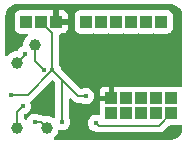
<source format=gbr>
%TF.GenerationSoftware,KiCad,Pcbnew,7.0.9-7.0.9~ubuntu22.04.1*%
%TF.CreationDate,2023-12-31T14:54:58+00:00*%
%TF.ProjectId,IMU_BNO085,494d555f-424e-44f3-9038-352e6b696361,rev?*%
%TF.SameCoordinates,Original*%
%TF.FileFunction,Copper,L4,Bot*%
%TF.FilePolarity,Positive*%
%FSLAX46Y46*%
G04 Gerber Fmt 4.6, Leading zero omitted, Abs format (unit mm)*
G04 Created by KiCad (PCBNEW 7.0.9-7.0.9~ubuntu22.04.1) date 2023-12-31 14:54:58*
%MOMM*%
%LPD*%
G01*
G04 APERTURE LIST*
%TA.AperFunction,SMDPad,CuDef*%
%ADD10C,1.000000*%
%TD*%
%TA.AperFunction,ComponentPad*%
%ADD11R,1.000000X1.000000*%
%TD*%
%TA.AperFunction,ViaPad*%
%ADD12C,0.400000*%
%TD*%
%TA.AperFunction,Conductor*%
%ADD13C,0.150000*%
%TD*%
G04 APERTURE END LIST*
D10*
%TO.P,TP6,1,1*%
%TO.N,/nRESET*%
X111000000Y-104500000D03*
%TD*%
%TO.P,TP5,1,1*%
%TO.N,/I2C_ADD*%
X113500000Y-104500000D03*
%TD*%
%TO.P,TP4,1,1*%
%TO.N,/PS1*%
X112500000Y-97500000D03*
%TD*%
%TO.P,TP3,1,1*%
%TO.N,/PS0*%
X111000000Y-99000000D03*
%TD*%
D11*
%TO.P,J10,1,Pin_1*%
%TO.N,unconnected-(J10-Pin_1-Pad1)*%
X123215000Y-95500000D03*
%TD*%
%TO.P,J19,1,Pin_1*%
%TO.N,GND*%
X118995000Y-102000000D03*
%TD*%
%TO.P,J17,1,Pin_1*%
%TO.N,unconnected-(J17-Pin_1-Pad1)*%
X118135000Y-95500000D03*
%TD*%
%TO.P,J9,1,Pin_1*%
%TO.N,unconnected-(J9-Pin_1-Pad1)*%
X121535000Y-103270000D03*
%TD*%
%TO.P,J12,1,Pin_1*%
%TO.N,unconnected-(J12-Pin_1-Pad1)*%
X120265000Y-103270000D03*
%TD*%
%TO.P,J6,1,Pin_1*%
%TO.N,unconnected-(J6-Pin_1-Pad1)*%
X121535000Y-102000000D03*
%TD*%
%TO.P,J8,1,Pin_1*%
%TO.N,unconnected-(J8-Pin_1-Pad1)*%
X124075000Y-102000000D03*
%TD*%
%TO.P,J18,1,Pin_1*%
%TO.N,unconnected-(J18-Pin_1-Pad1)*%
X119405000Y-95500000D03*
%TD*%
%TO.P,J5,1,Pin_1*%
%TO.N,unconnected-(J5-Pin_1-Pad1)*%
X120265000Y-102000000D03*
%TD*%
%TO.P,J1,1,Pin_1*%
%TO.N,+3.3V*%
X113055000Y-95500000D03*
%TD*%
%TO.P,J4,1,Pin_1*%
%TO.N,GND*%
X114325000Y-95500000D03*
%TD*%
%TO.P,J15,1,Pin_1*%
%TO.N,unconnected-(J15-Pin_1-Pad1)*%
X111785000Y-95500000D03*
%TD*%
%TO.P,J11,1,Pin_1*%
%TO.N,unconnected-(J11-Pin_1-Pad1)*%
X118995000Y-103270000D03*
%TD*%
%TO.P,J16,1,Pin_1*%
%TO.N,unconnected-(J16-Pin_1-Pad1)*%
X116865000Y-95500000D03*
%TD*%
%TO.P,J7,1,Pin_1*%
%TO.N,unconnected-(J7-Pin_1-Pad1)*%
X122805000Y-102000000D03*
%TD*%
%TO.P,J13,1,Pin_1*%
%TO.N,unconnected-(J13-Pin_1-Pad1)*%
X120675000Y-95500000D03*
%TD*%
%TO.P,J2,1,Pin_1*%
%TO.N,/SDA*%
X124075000Y-103270000D03*
%TD*%
%TO.P,J14,1,Pin_1*%
%TO.N,unconnected-(J14-Pin_1-Pad1)*%
X121945000Y-95500000D03*
%TD*%
%TO.P,J3,1,Pin_1*%
%TO.N,/SCL*%
X122805000Y-103270000D03*
%TD*%
D12*
%TO.N,/PS1*%
X113300000Y-99600000D03*
%TO.N,/PS0*%
X111700000Y-98200000D03*
%TO.N,/I2C_ADD*%
X112500000Y-104000000D03*
%TO.N,/nRESET*%
X111485000Y-102625000D03*
%TO.N,GND*%
X114000000Y-101000000D03*
X114000000Y-102000000D03*
%TO.N,+3.3V*%
X116800000Y-101800000D03*
X114800000Y-104000000D03*
X114000000Y-99600000D03*
X110500000Y-101700000D03*
%TO.N,/SDA*%
X117700000Y-104100000D03*
%TD*%
D13*
%TO.N,+3.3V*%
X113055000Y-95500000D02*
X114000000Y-96445000D01*
X114000000Y-96445000D02*
X114000000Y-99600000D01*
%TO.N,/PS1*%
X112500000Y-98800000D02*
X113300000Y-99600000D01*
X112500000Y-97500000D02*
X112500000Y-98800000D01*
%TO.N,/PS0*%
X111700000Y-98200000D02*
X111700000Y-98300000D01*
X111700000Y-98300000D02*
X111000000Y-99000000D01*
%TO.N,/I2C_ADD*%
X113000000Y-104000000D02*
X113500000Y-104500000D01*
X112500000Y-104000000D02*
X113000000Y-104000000D01*
%TO.N,/nRESET*%
X111000000Y-104500000D02*
X111000000Y-103110000D01*
X111000000Y-103110000D02*
X111485000Y-102625000D01*
%TO.N,+3.3V*%
X114800000Y-100400000D02*
X114750000Y-100350000D01*
X114750000Y-100350000D02*
X114000000Y-99600000D01*
X116800000Y-101800000D02*
X116200000Y-101800000D01*
X116200000Y-101800000D02*
X114750000Y-100350000D01*
X114800000Y-104000000D02*
X114800000Y-100400000D01*
X110500000Y-101700000D02*
X111900000Y-101700000D01*
X111900000Y-101700000D02*
X114000000Y-99600000D01*
%TO.N,/SDA*%
X117700000Y-104100000D02*
X117900000Y-104300000D01*
X117900000Y-104300000D02*
X123045000Y-104300000D01*
X123045000Y-104300000D02*
X124075000Y-103270000D01*
%TD*%
%TA.AperFunction,Conductor*%
%TO.N,GND*%
G36*
X124002694Y-94010735D02*
G01*
X124161019Y-94024587D01*
X124182297Y-94028338D01*
X124327951Y-94067366D01*
X124348261Y-94074759D01*
X124484915Y-94138482D01*
X124503633Y-94149289D01*
X124627154Y-94235779D01*
X124643712Y-94249673D01*
X124750326Y-94356287D01*
X124764220Y-94372845D01*
X124850710Y-94496366D01*
X124861517Y-94515084D01*
X124925240Y-94651738D01*
X124932633Y-94672049D01*
X124971659Y-94817696D01*
X124975412Y-94838982D01*
X124989264Y-94997300D01*
X124989500Y-95002706D01*
X124989500Y-100941825D01*
X124969815Y-101008864D01*
X124917011Y-101054619D01*
X124847853Y-101064563D01*
X124822167Y-101058007D01*
X124682482Y-101005908D01*
X124682483Y-101005908D01*
X124622883Y-100999501D01*
X124622881Y-100999500D01*
X124622873Y-100999500D01*
X124622864Y-100999500D01*
X123527129Y-100999500D01*
X123527123Y-100999501D01*
X123459804Y-101006738D01*
X123459690Y-101005674D01*
X123420310Y-101005674D01*
X123420196Y-101006738D01*
X123352883Y-100999501D01*
X123352881Y-100999500D01*
X123352873Y-100999500D01*
X123352864Y-100999500D01*
X122257129Y-100999500D01*
X122257123Y-100999501D01*
X122189804Y-101006738D01*
X122189690Y-101005674D01*
X122150310Y-101005674D01*
X122150196Y-101006738D01*
X122082883Y-100999501D01*
X122082881Y-100999500D01*
X122082873Y-100999500D01*
X122082864Y-100999500D01*
X120987129Y-100999500D01*
X120987123Y-100999501D01*
X120919804Y-101006738D01*
X120919690Y-101005674D01*
X120880310Y-101005674D01*
X120880196Y-101006738D01*
X120812883Y-100999501D01*
X120812881Y-100999500D01*
X120812873Y-100999500D01*
X120812864Y-100999500D01*
X119717129Y-100999500D01*
X119717125Y-100999501D01*
X119657510Y-101005909D01*
X119657412Y-101005933D01*
X119657294Y-101005933D01*
X119649806Y-101006738D01*
X119649719Y-101005933D01*
X119610226Y-101005935D01*
X119610087Y-101007231D01*
X119542844Y-101000000D01*
X119245000Y-101000000D01*
X119245000Y-101792327D01*
X119207129Y-101747195D01*
X119107871Y-101689888D01*
X119023436Y-101675000D01*
X118966564Y-101675000D01*
X118882129Y-101689888D01*
X118782871Y-101747195D01*
X118709199Y-101834993D01*
X118670000Y-101942694D01*
X118670000Y-102057306D01*
X118709199Y-102165007D01*
X118780517Y-102250000D01*
X117995000Y-102250000D01*
X117995000Y-102547844D01*
X118002231Y-102615087D01*
X118000935Y-102615226D01*
X118000935Y-102654718D01*
X118001738Y-102654805D01*
X118000935Y-102662273D01*
X118000935Y-102662404D01*
X118000909Y-102662512D01*
X117994501Y-102722116D01*
X117994500Y-102722135D01*
X117994500Y-103292848D01*
X117974815Y-103359887D01*
X117922011Y-103405642D01*
X117852853Y-103415586D01*
X117840827Y-103413245D01*
X117785059Y-103399500D01*
X117785056Y-103399500D01*
X117614944Y-103399500D01*
X117449773Y-103440210D01*
X117299150Y-103519263D01*
X117171816Y-103632072D01*
X117075182Y-103772068D01*
X117014860Y-103931125D01*
X117014859Y-103931130D01*
X116994355Y-104100000D01*
X117014859Y-104268869D01*
X117014860Y-104268874D01*
X117075182Y-104427931D01*
X117123060Y-104497293D01*
X117171817Y-104567929D01*
X117299148Y-104680734D01*
X117449775Y-104759790D01*
X117582181Y-104792424D01*
X117601930Y-104800375D01*
X117602257Y-104799588D01*
X117609768Y-104802699D01*
X117691776Y-104836667D01*
X117749764Y-104860687D01*
X117862280Y-104875500D01*
X117900000Y-104880466D01*
X117933688Y-104876030D01*
X117941786Y-104875500D01*
X123003219Y-104875500D01*
X123011317Y-104876030D01*
X123031734Y-104878718D01*
X123044999Y-104880465D01*
X123045000Y-104880465D01*
X123080785Y-104875754D01*
X123080809Y-104875751D01*
X123082715Y-104875500D01*
X123082720Y-104875500D01*
X123195236Y-104860687D01*
X123335233Y-104802698D01*
X123373951Y-104772989D01*
X123433358Y-104727405D01*
X123433370Y-104727394D01*
X123455449Y-104710453D01*
X123455451Y-104710451D01*
X123476138Y-104683489D01*
X123481480Y-104677398D01*
X123852061Y-104306818D01*
X123913384Y-104273333D01*
X123939742Y-104270499D01*
X124622871Y-104270499D01*
X124622872Y-104270499D01*
X124682483Y-104264091D01*
X124817331Y-104213796D01*
X124817331Y-104213795D01*
X124822167Y-104211992D01*
X124891858Y-104207008D01*
X124953181Y-104240493D01*
X124986666Y-104301816D01*
X124989500Y-104328174D01*
X124989500Y-104497293D01*
X124989264Y-104502699D01*
X124975412Y-104661017D01*
X124971659Y-104682303D01*
X124932633Y-104827950D01*
X124925240Y-104848261D01*
X124861517Y-104984915D01*
X124850710Y-105003633D01*
X124764220Y-105127154D01*
X124750326Y-105143712D01*
X124643712Y-105250326D01*
X124627154Y-105264220D01*
X124503633Y-105350710D01*
X124484915Y-105361517D01*
X124348261Y-105425240D01*
X124327950Y-105432633D01*
X124182303Y-105471659D01*
X124161017Y-105475412D01*
X124045988Y-105485476D01*
X124002694Y-105489264D01*
X123997294Y-105489500D01*
X114217945Y-105489500D01*
X114150906Y-105469815D01*
X114105151Y-105417011D01*
X114095207Y-105347853D01*
X114124232Y-105284297D01*
X114139280Y-105269647D01*
X114210883Y-105210883D01*
X114279598Y-105127154D01*
X114335910Y-105058538D01*
X114428814Y-104884727D01*
X114466576Y-104760242D01*
X114504872Y-104701807D01*
X114568684Y-104673351D01*
X114614909Y-104675843D01*
X114714944Y-104700500D01*
X114885056Y-104700500D01*
X115050225Y-104659790D01*
X115135616Y-104614973D01*
X115200849Y-104580736D01*
X115200850Y-104580734D01*
X115200852Y-104580734D01*
X115328183Y-104467929D01*
X115424818Y-104327930D01*
X115485140Y-104168872D01*
X115505645Y-104000000D01*
X115485140Y-103831128D01*
X115424818Y-103672070D01*
X115419310Y-103664090D01*
X115397450Y-103632420D01*
X115375567Y-103566065D01*
X115375500Y-103561980D01*
X115375500Y-102088742D01*
X115395185Y-102021703D01*
X115447989Y-101975948D01*
X115517147Y-101966004D01*
X115580703Y-101995029D01*
X115587181Y-102001061D01*
X115763520Y-102177400D01*
X115768861Y-102183490D01*
X115768941Y-102183594D01*
X115785361Y-102204994D01*
X115789549Y-102210451D01*
X115800271Y-102218678D01*
X115818486Y-102232656D01*
X115818491Y-102232660D01*
X115909768Y-102302699D01*
X115909767Y-102302699D01*
X115966514Y-102326204D01*
X116000997Y-102340486D01*
X116049764Y-102360687D01*
X116162280Y-102375500D01*
X116200000Y-102380466D01*
X116233688Y-102376030D01*
X116241786Y-102375500D01*
X116358612Y-102375500D01*
X116416238Y-102389704D01*
X116548725Y-102459239D01*
X116549775Y-102459790D01*
X116714944Y-102500500D01*
X116885056Y-102500500D01*
X117050225Y-102459790D01*
X117159036Y-102402681D01*
X117200849Y-102380736D01*
X117200850Y-102380734D01*
X117200852Y-102380734D01*
X117328183Y-102267929D01*
X117424818Y-102127930D01*
X117485140Y-101968872D01*
X117505645Y-101800000D01*
X117499574Y-101750000D01*
X117995000Y-101750000D01*
X118745000Y-101750000D01*
X118745000Y-101000000D01*
X118447155Y-101000000D01*
X118387627Y-101006401D01*
X118387620Y-101006403D01*
X118252913Y-101056645D01*
X118252906Y-101056649D01*
X118137812Y-101142809D01*
X118137809Y-101142812D01*
X118051649Y-101257906D01*
X118051645Y-101257913D01*
X118001403Y-101392620D01*
X118001401Y-101392627D01*
X117995000Y-101452155D01*
X117995000Y-101750000D01*
X117499574Y-101750000D01*
X117485140Y-101631128D01*
X117424818Y-101472070D01*
X117328183Y-101332071D01*
X117200852Y-101219266D01*
X117200849Y-101219263D01*
X117050226Y-101140210D01*
X116885056Y-101099500D01*
X116714944Y-101099500D01*
X116549774Y-101140209D01*
X116549774Y-101140210D01*
X116502231Y-101165162D01*
X116433723Y-101178886D01*
X116368670Y-101153393D01*
X116356926Y-101143046D01*
X115236489Y-100022609D01*
X115231136Y-100016506D01*
X115229783Y-100014743D01*
X115210451Y-99989549D01*
X115183490Y-99968861D01*
X115177400Y-99963520D01*
X115130268Y-99916388D01*
X114720943Y-99507063D01*
X114687458Y-99445740D01*
X114685529Y-99434335D01*
X114685140Y-99431128D01*
X114624818Y-99272070D01*
X114622414Y-99268587D01*
X114597450Y-99232420D01*
X114575567Y-99166065D01*
X114575500Y-99161980D01*
X114575500Y-96624000D01*
X114595185Y-96556961D01*
X114647989Y-96511206D01*
X114699500Y-96500000D01*
X114872828Y-96500000D01*
X114872844Y-96499999D01*
X114932372Y-96493598D01*
X114932379Y-96493596D01*
X115067086Y-96443354D01*
X115067093Y-96443350D01*
X115182187Y-96357190D01*
X115182190Y-96357187D01*
X115268350Y-96242093D01*
X115268354Y-96242086D01*
X115318596Y-96107379D01*
X115318598Y-96107372D01*
X115324996Y-96047870D01*
X115864500Y-96047870D01*
X115864501Y-96047876D01*
X115870908Y-96107483D01*
X115921202Y-96242328D01*
X115921206Y-96242335D01*
X116007452Y-96357544D01*
X116007455Y-96357547D01*
X116122664Y-96443793D01*
X116122671Y-96443797D01*
X116257517Y-96494091D01*
X116257516Y-96494091D01*
X116264444Y-96494835D01*
X116317127Y-96500500D01*
X117412872Y-96500499D01*
X117460759Y-96495351D01*
X117480197Y-96493262D01*
X117480311Y-96494330D01*
X117519688Y-96494329D01*
X117519803Y-96493261D01*
X117527514Y-96494089D01*
X117527517Y-96494091D01*
X117587127Y-96500500D01*
X118682872Y-96500499D01*
X118730759Y-96495351D01*
X118750197Y-96493262D01*
X118750311Y-96494330D01*
X118789688Y-96494329D01*
X118789803Y-96493261D01*
X118797514Y-96494089D01*
X118797517Y-96494091D01*
X118857127Y-96500500D01*
X119952872Y-96500499D01*
X120000759Y-96495351D01*
X120020197Y-96493262D01*
X120020311Y-96494330D01*
X120059688Y-96494329D01*
X120059803Y-96493261D01*
X120067514Y-96494089D01*
X120067517Y-96494091D01*
X120127127Y-96500500D01*
X121222872Y-96500499D01*
X121270759Y-96495351D01*
X121290197Y-96493262D01*
X121290311Y-96494330D01*
X121329688Y-96494329D01*
X121329803Y-96493261D01*
X121337514Y-96494089D01*
X121337517Y-96494091D01*
X121397127Y-96500500D01*
X122492872Y-96500499D01*
X122540759Y-96495351D01*
X122560197Y-96493262D01*
X122560311Y-96494330D01*
X122599688Y-96494329D01*
X122599803Y-96493261D01*
X122607514Y-96494089D01*
X122607517Y-96494091D01*
X122667127Y-96500500D01*
X123762872Y-96500499D01*
X123822483Y-96494091D01*
X123957331Y-96443796D01*
X124072546Y-96357546D01*
X124158796Y-96242331D01*
X124209091Y-96107483D01*
X124215500Y-96047873D01*
X124215499Y-94952128D01*
X124209091Y-94892517D01*
X124158884Y-94757906D01*
X124158797Y-94757671D01*
X124158793Y-94757664D01*
X124072547Y-94642455D01*
X124072544Y-94642452D01*
X123957335Y-94556206D01*
X123957328Y-94556202D01*
X123822482Y-94505908D01*
X123822483Y-94505908D01*
X123762883Y-94499501D01*
X123762881Y-94499500D01*
X123762873Y-94499500D01*
X123762864Y-94499500D01*
X122667129Y-94499500D01*
X122667123Y-94499501D01*
X122599804Y-94506738D01*
X122599690Y-94505674D01*
X122560310Y-94505674D01*
X122560196Y-94506738D01*
X122492883Y-94499501D01*
X122492881Y-94499500D01*
X122492873Y-94499500D01*
X122492864Y-94499500D01*
X121397129Y-94499500D01*
X121397123Y-94499501D01*
X121329804Y-94506738D01*
X121329690Y-94505674D01*
X121290310Y-94505674D01*
X121290196Y-94506738D01*
X121222883Y-94499501D01*
X121222881Y-94499500D01*
X121222873Y-94499500D01*
X121222864Y-94499500D01*
X120127129Y-94499500D01*
X120127123Y-94499501D01*
X120059804Y-94506738D01*
X120059690Y-94505674D01*
X120020310Y-94505674D01*
X120020196Y-94506738D01*
X119952883Y-94499501D01*
X119952881Y-94499500D01*
X119952873Y-94499500D01*
X119952864Y-94499500D01*
X118857129Y-94499500D01*
X118857123Y-94499501D01*
X118789804Y-94506738D01*
X118789690Y-94505674D01*
X118750310Y-94505674D01*
X118750196Y-94506738D01*
X118682883Y-94499501D01*
X118682881Y-94499500D01*
X118682873Y-94499500D01*
X118682864Y-94499500D01*
X117587129Y-94499500D01*
X117587123Y-94499501D01*
X117519804Y-94506738D01*
X117519690Y-94505674D01*
X117480310Y-94505674D01*
X117480196Y-94506738D01*
X117412883Y-94499501D01*
X117412881Y-94499500D01*
X117412873Y-94499500D01*
X117412864Y-94499500D01*
X116317129Y-94499500D01*
X116317123Y-94499501D01*
X116257516Y-94505908D01*
X116122671Y-94556202D01*
X116122664Y-94556206D01*
X116007455Y-94642452D01*
X116007452Y-94642455D01*
X115921206Y-94757664D01*
X115921202Y-94757671D01*
X115870908Y-94892517D01*
X115864501Y-94952116D01*
X115864501Y-94952123D01*
X115864500Y-94952135D01*
X115864500Y-96047870D01*
X115324996Y-96047870D01*
X115324999Y-96047844D01*
X115325000Y-96047827D01*
X115325000Y-95750000D01*
X114539483Y-95750000D01*
X114610801Y-95665007D01*
X114650000Y-95557306D01*
X114650000Y-95442694D01*
X114610801Y-95334993D01*
X114537129Y-95247195D01*
X114437871Y-95189888D01*
X114353436Y-95175000D01*
X114296564Y-95175000D01*
X114212129Y-95189888D01*
X114112871Y-95247195D01*
X114075000Y-95292327D01*
X114075000Y-94500000D01*
X114575000Y-94500000D01*
X114575000Y-95250000D01*
X115325000Y-95250000D01*
X115325000Y-94952172D01*
X115324999Y-94952155D01*
X115318598Y-94892627D01*
X115318596Y-94892620D01*
X115268354Y-94757913D01*
X115268350Y-94757906D01*
X115182190Y-94642812D01*
X115182187Y-94642809D01*
X115067093Y-94556649D01*
X115067086Y-94556645D01*
X114932379Y-94506403D01*
X114932372Y-94506401D01*
X114872844Y-94500000D01*
X114575000Y-94500000D01*
X114075000Y-94500000D01*
X113777157Y-94500000D01*
X113709915Y-94507231D01*
X113709775Y-94505936D01*
X113670281Y-94505935D01*
X113670195Y-94506738D01*
X113662726Y-94505935D01*
X113662596Y-94505935D01*
X113662487Y-94505909D01*
X113602883Y-94499501D01*
X113602881Y-94499500D01*
X113602873Y-94499500D01*
X113602864Y-94499500D01*
X112507129Y-94499500D01*
X112507123Y-94499501D01*
X112439804Y-94506738D01*
X112439690Y-94505674D01*
X112400310Y-94505674D01*
X112400196Y-94506738D01*
X112332883Y-94499501D01*
X112332881Y-94499500D01*
X112332873Y-94499500D01*
X112332864Y-94499500D01*
X111237129Y-94499500D01*
X111237123Y-94499501D01*
X111177516Y-94505908D01*
X111042671Y-94556202D01*
X111042664Y-94556206D01*
X110927455Y-94642452D01*
X110927452Y-94642455D01*
X110841206Y-94757664D01*
X110841202Y-94757671D01*
X110790908Y-94892517D01*
X110784501Y-94952116D01*
X110784501Y-94952123D01*
X110784500Y-94952135D01*
X110784500Y-96047870D01*
X110784501Y-96047876D01*
X110790908Y-96107483D01*
X110841202Y-96242328D01*
X110841206Y-96242335D01*
X110927452Y-96357544D01*
X110927455Y-96357547D01*
X111042664Y-96443793D01*
X111042671Y-96443797D01*
X111177517Y-96494091D01*
X111177516Y-96494091D01*
X111184444Y-96494835D01*
X111237127Y-96500500D01*
X111794241Y-96500499D01*
X111861279Y-96520183D01*
X111907034Y-96572987D01*
X111916978Y-96642146D01*
X111887953Y-96705702D01*
X111872906Y-96720352D01*
X111789114Y-96789119D01*
X111664090Y-96941460D01*
X111664086Y-96941467D01*
X111571188Y-97115266D01*
X111513975Y-97303870D01*
X111499485Y-97451000D01*
X111473324Y-97515787D01*
X111433708Y-97548642D01*
X111299150Y-97619263D01*
X111171816Y-97732072D01*
X111075182Y-97872069D01*
X111057069Y-97919829D01*
X111014890Y-97975532D01*
X110953281Y-97999260D01*
X110803870Y-98013975D01*
X110615266Y-98071188D01*
X110441467Y-98164086D01*
X110441460Y-98164090D01*
X110289116Y-98289116D01*
X110230353Y-98360720D01*
X110172607Y-98400054D01*
X110102763Y-98401925D01*
X110042994Y-98365737D01*
X110012279Y-98302981D01*
X110010500Y-98282055D01*
X110010500Y-95002706D01*
X110010736Y-94997300D01*
X110014686Y-94952155D01*
X110024587Y-94838978D01*
X110028338Y-94817704D01*
X110067367Y-94672044D01*
X110074759Y-94651738D01*
X110138483Y-94515081D01*
X110149289Y-94496366D01*
X110235779Y-94372845D01*
X110249667Y-94356293D01*
X110356293Y-94249667D01*
X110372845Y-94235779D01*
X110496366Y-94149289D01*
X110515081Y-94138483D01*
X110651740Y-94074758D01*
X110672044Y-94067367D01*
X110817704Y-94028338D01*
X110838978Y-94024587D01*
X110997305Y-94010735D01*
X111002706Y-94010500D01*
X111003412Y-94010500D01*
X123996588Y-94010500D01*
X123997294Y-94010500D01*
X124002694Y-94010735D01*
G37*
%TD.AperFunction*%
%TA.AperFunction,Conductor*%
G36*
X114043333Y-100473059D02*
G01*
X114087680Y-100501560D01*
X114188181Y-100602061D01*
X114221666Y-100663384D01*
X114224500Y-100689742D01*
X114224500Y-103545916D01*
X114204815Y-103612955D01*
X114152011Y-103658710D01*
X114082853Y-103668654D01*
X114042047Y-103655274D01*
X113884733Y-103571188D01*
X113884727Y-103571186D01*
X113696132Y-103513976D01*
X113696129Y-103513975D01*
X113500000Y-103494659D01*
X113356283Y-103508813D01*
X113296677Y-103499971D01*
X113266096Y-103487304D01*
X113208500Y-103463447D01*
X113150236Y-103439313D01*
X113096906Y-103432291D01*
X113034098Y-103424023D01*
X113034083Y-103424021D01*
X113007196Y-103420482D01*
X113000000Y-103419535D01*
X112999999Y-103419535D01*
X112999998Y-103419535D01*
X112986555Y-103421305D01*
X112966317Y-103423969D01*
X112958219Y-103424500D01*
X112941388Y-103424500D01*
X112883762Y-103410296D01*
X112750226Y-103340210D01*
X112585056Y-103299500D01*
X112414944Y-103299500D01*
X112249773Y-103340210D01*
X112099150Y-103419263D01*
X111971816Y-103532072D01*
X111875182Y-103672068D01*
X111875181Y-103672071D01*
X111863527Y-103702800D01*
X111821348Y-103758502D01*
X111755751Y-103782558D01*
X111687560Y-103767330D01*
X111668919Y-103754678D01*
X111620833Y-103715213D01*
X111581500Y-103657467D01*
X111575500Y-103619362D01*
X111575500Y-103421305D01*
X111595185Y-103354266D01*
X111647989Y-103308511D01*
X111669820Y-103300910D01*
X111735225Y-103284790D01*
X111885852Y-103205734D01*
X112013183Y-103092929D01*
X112109818Y-102952930D01*
X112170140Y-102793872D01*
X112190645Y-102625000D01*
X112170140Y-102456128D01*
X112132301Y-102356355D01*
X112126935Y-102286695D01*
X112160082Y-102225189D01*
X112186255Y-102204994D01*
X112190227Y-102202700D01*
X112190233Y-102202698D01*
X112239353Y-102165007D01*
X112288358Y-102127405D01*
X112288370Y-102127394D01*
X112310449Y-102110453D01*
X112327108Y-102088742D01*
X112331138Y-102083489D01*
X112336480Y-102077398D01*
X113912322Y-100501557D01*
X113973641Y-100468075D01*
X114043333Y-100473059D01*
G37*
%TD.AperFunction*%
%TD*%
M02*

</source>
